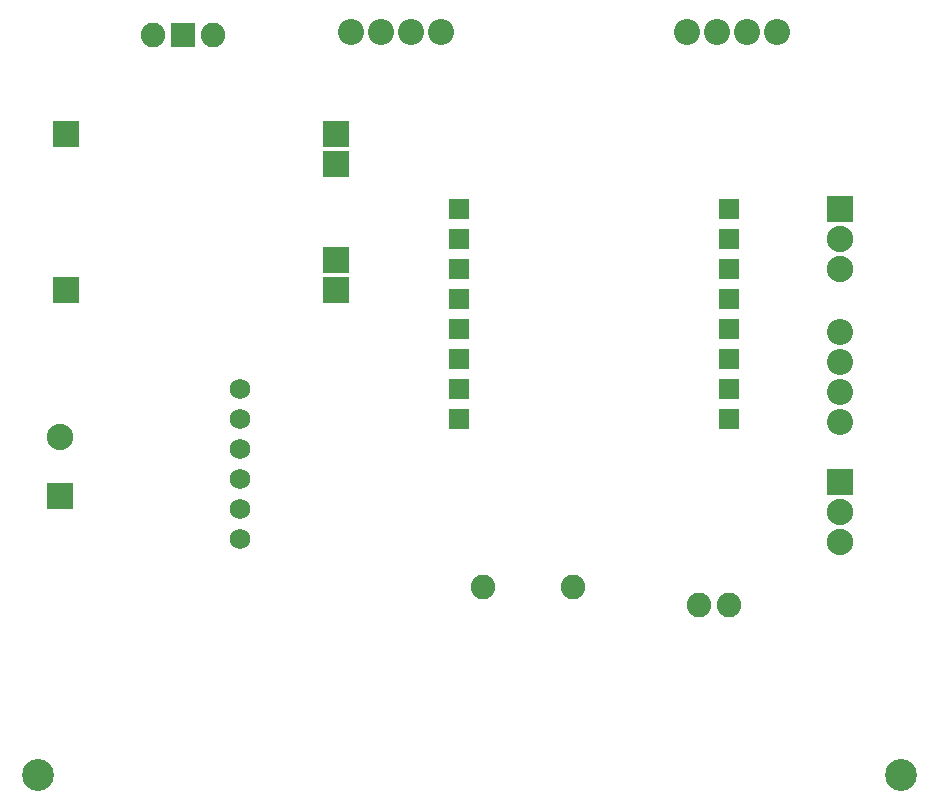
<source format=gts>
G04 Layer: TopSolderMaskLayer*
G04 EasyEDA v5.9.42, Fri, 15 Feb 2019 08:44:07 GMT*
G04 63fce91bb22149d2a5f5640f5a0d42c2*
G04 Gerber Generator version 0.2*
G04 Scale: 100 percent, Rotated: No, Reflected: No *
G04 Dimensions in inches *
G04 leading zeros omitted , absolute positions ,2 integer and 4 decimal *
%FSLAX24Y24*%
%MOIN*%
G90*
G70D02*

%ADD27R,0.086740X0.086740*%
%ADD28R,0.070992X0.070992*%
%ADD29C,0.106425*%
%ADD30C,0.082000*%
%ADD31R,0.082000X0.082000*%
%ADD32R,0.088000X0.088000*%
%ADD33C,0.088000*%
%ADD34C,0.068000*%
%ADD35C,0.086740*%

%LPD*%
G54D27*
G01X3300Y27900D03*
G01X3300Y22700D03*
G01X12300Y26900D03*
G01X12300Y23700D03*
G01X12300Y27900D03*
G01X12300Y22700D03*
G54D28*
G01X25400Y25400D03*
G01X25400Y24400D03*
G01X25400Y23400D03*
G01X25400Y22400D03*
G01X25400Y21400D03*
G01X25400Y20400D03*
G01X25400Y19400D03*
G01X25400Y18400D03*
G01X16400Y25400D03*
G01X16400Y24400D03*
G01X16400Y23400D03*
G01X16400Y22400D03*
G01X16400Y21400D03*
G01X16400Y20400D03*
G01X16400Y19400D03*
G01X16400Y18400D03*
G54D29*
G01X2386Y6534D03*
G01X31127Y6534D03*
G54D30*
G01X20200Y12800D03*
G01X17200Y12800D03*
G01X24400Y12200D03*
G01X25400Y12200D03*
G54D31*
G01X7200Y31200D03*
G54D30*
G01X6200Y31200D03*
G01X8200Y31200D03*
G54D32*
G01X3100Y15819D03*
G54D33*
G01X3100Y17780D03*
G54D32*
G01X29100Y25400D03*
G54D33*
G01X29100Y24400D03*
G01X29100Y23400D03*
G54D32*
G01X29100Y16300D03*
G54D33*
G01X29100Y15300D03*
G01X29100Y14300D03*
G54D34*
G01X9100Y19400D03*
G01X9100Y18400D03*
G01X9100Y17400D03*
G01X9100Y16400D03*
G01X9100Y15400D03*
G01X9100Y14400D03*
G54D35*
G01X12800Y31300D03*
G01X13800Y31300D03*
G01X14800Y31300D03*
G01X15800Y31300D03*
G01X24000Y31300D03*
G01X25000Y31300D03*
G01X26000Y31300D03*
G01X27000Y31300D03*
G01X29100Y21300D03*
G01X29100Y20300D03*
G01X29100Y19300D03*
G01X29100Y18300D03*
M00*
M02*

</source>
